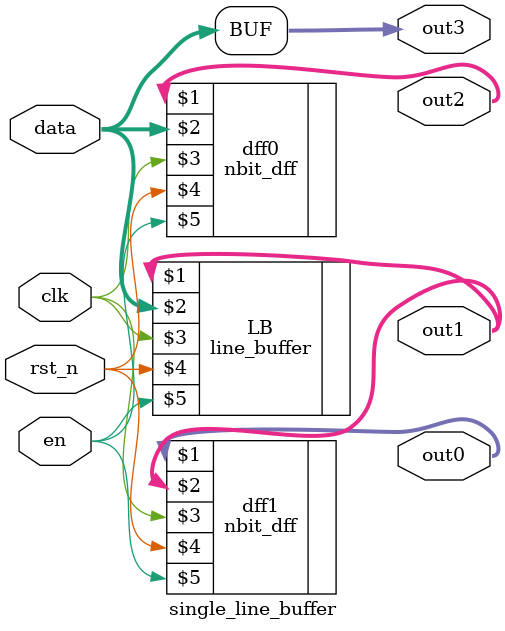
<source format=v>
`timescale 1ns / 1ps
module single_line_buffer#(
	parameter DATA_WIDTH = 32,
	parameter WIDTH_IMG = 26
)(
	 //soutput done,
	 output [DATA_WIDTH-1:0] out0,
    output [DATA_WIDTH-1:0] out1,
    output [DATA_WIDTH-1:0] out2,
    output [DATA_WIDTH-1:0] out3,
    input [DATA_WIDTH-1:0] data,
    input clk,
    input rst_n,
	 input en
    );

reg[4:0] num_count;

assign out3 = data;

//nbit_dff#(32) dff2(out3, data, clk, rst_n, en);

nbit_dff#(DATA_WIDTH) dff0(out2, out3, clk, rst_n, en);

line_buffer#(WIDTH_IMG,DATA_WIDTH) LB(out1, out3, clk, rst_n, en);

nbit_dff#(DATA_WIDTH) dff1(out0, out1, clk, rst_n, en);

//SLB_counter0 count_full(done, count, clk, rst_n);

endmodule

</source>
